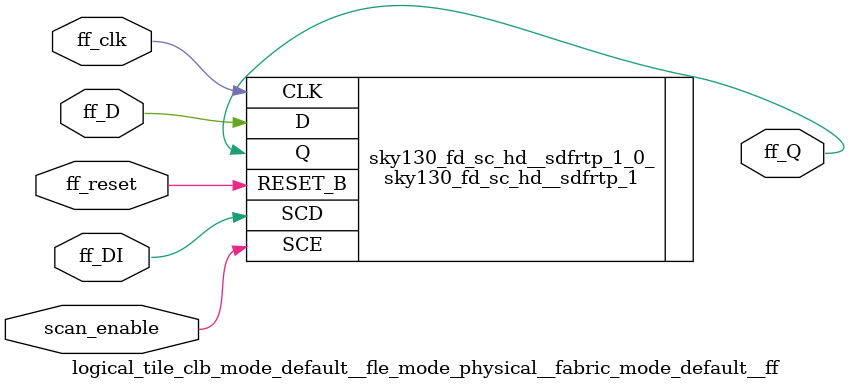
<source format=v>
module logical_tile_clb_mode_default__fle_mode_physical__fabric_mode_default__ff
(
    scan_enable,
    ff_D,
    ff_DI,
    ff_reset,
    ff_Q,
    ff_clk
);

    input scan_enable;
    input ff_D;
    input ff_DI;
    input ff_reset;
    output ff_Q;
    input ff_clk;

    wire scan_enable;
    wire ff_D;
    wire ff_DI;
    wire ff_reset;
    wire ff_Q;
    wire ff_clk;

    sky130_fd_sc_hd__sdfrtp_1 sky130_fd_sc_hd__sdfrtp_1_0_
    (
        .SCE(scan_enable),
        .D(ff_D),
        .SCD(ff_DI),
        .RESET_B(ff_reset),
        .CLK(ff_clk),
        .Q(ff_Q)
    );
endmodule


</source>
